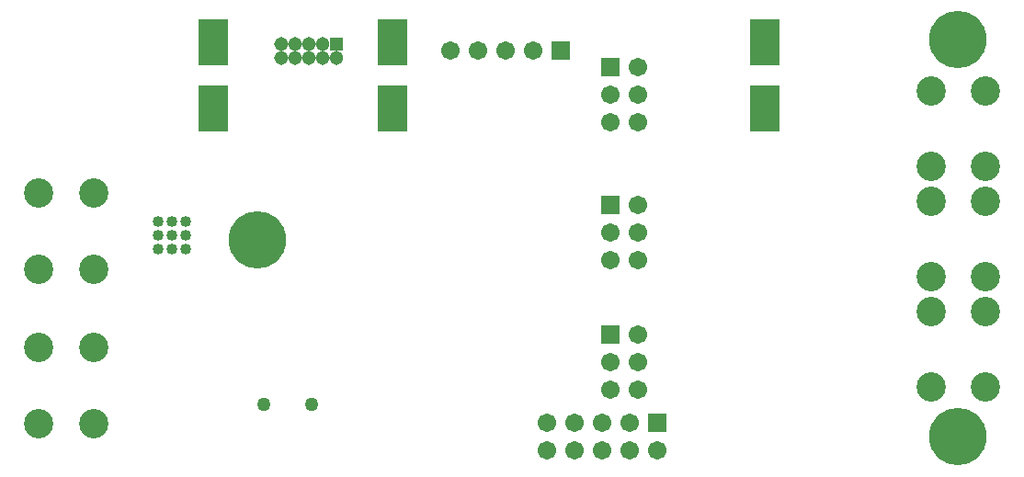
<source format=gbs>
%FSLAX24Y24*%
%MOIN*%
G70*
G01*
G75*
G04 Layer_Color=16711935*
%ADD10R,0.0512X0.0394*%
%ADD11R,0.0354X0.0315*%
%ADD12R,0.0315X0.0354*%
%ADD13R,0.0394X0.0512*%
%ADD14O,0.0827X0.0276*%
%ADD15R,0.0790X0.0980*%
%ADD16R,0.0200X0.0940*%
%ADD17R,0.1350X0.1850*%
%ADD18R,0.0532X0.0846*%
%ADD19R,0.0394X0.0945*%
%ADD20R,0.2185X0.2677*%
%ADD21O,0.0827X0.0118*%
%ADD22O,0.0118X0.0827*%
%ADD23R,0.1378X0.0787*%
%ADD24R,0.0571X0.0236*%
%ADD25R,0.1575X0.1181*%
%ADD26R,0.0453X0.0236*%
%ADD27R,0.0236X0.0453*%
%ADD28R,0.0551X0.0433*%
%ADD29R,0.0433X0.0551*%
%ADD30R,0.2200X0.0830*%
%ADD31R,0.0984X0.1575*%
%ADD32C,0.0400*%
%ADD33C,0.0200*%
%ADD34C,0.0500*%
%ADD35C,0.0080*%
%ADD36C,0.0120*%
%ADD37C,0.0800*%
%ADD38C,0.0250*%
%ADD39C,0.0591*%
%ADD40R,0.0591X0.0591*%
%ADD41R,0.0591X0.0591*%
%ADD42C,0.2000*%
%ADD43C,0.0984*%
%ADD44R,0.0394X0.0394*%
%ADD45C,0.0394*%
%ADD46C,0.0320*%
%ADD47C,0.0098*%
%ADD48C,0.0236*%
%ADD49C,0.0079*%
%ADD50C,0.0100*%
%ADD51R,0.0472X0.0354*%
%ADD52R,0.0314X0.0275*%
%ADD53R,0.0275X0.0314*%
%ADD54R,0.0354X0.0472*%
%ADD55O,0.0787X0.0236*%
%ADD56R,0.0750X0.0940*%
%ADD57R,0.0160X0.0900*%
%ADD58R,0.1310X0.1810*%
%ADD59R,0.0492X0.0806*%
%ADD60R,0.0354X0.0905*%
%ADD61R,0.2145X0.2637*%
%ADD62O,0.0787X0.0078*%
%ADD63O,0.0078X0.0787*%
%ADD64R,0.1338X0.0747*%
%ADD65R,0.0531X0.0196*%
%ADD66R,0.1535X0.1141*%
%ADD67R,0.0413X0.0196*%
%ADD68R,0.0196X0.0413*%
%ADD69R,0.0511X0.0393*%
%ADD70R,0.0393X0.0511*%
%ADD71R,0.2160X0.0790*%
%ADD72R,0.0944X0.1535*%
%ADD73R,0.0592X0.0474*%
%ADD74R,0.0434X0.0395*%
%ADD75R,0.0395X0.0434*%
%ADD76R,0.0474X0.0592*%
%ADD77O,0.0907X0.0356*%
%ADD78R,0.0910X0.1100*%
%ADD79R,0.0320X0.1060*%
%ADD80R,0.1430X0.1930*%
%ADD81R,0.0612X0.0926*%
%ADD82R,0.0474X0.1025*%
%ADD83R,0.2265X0.2757*%
%ADD84R,0.1458X0.0867*%
%ADD85R,0.0651X0.0316*%
%ADD86R,0.1655X0.1261*%
%ADD87R,0.0533X0.0316*%
%ADD88R,0.0316X0.0533*%
%ADD89R,0.0631X0.0513*%
%ADD90R,0.0513X0.0631*%
%ADD91R,0.2280X0.0910*%
%ADD92R,0.1064X0.1655*%
%ADD93C,0.0671*%
%ADD94R,0.0671X0.0671*%
%ADD95R,0.0671X0.0671*%
%ADD96C,0.0500*%
%ADD97C,0.2080*%
%ADD98C,0.1064*%
%ADD99R,0.0514X0.0514*%
%ADD100C,0.0514*%
%ADD101C,0.0400*%
D92*
X20130Y44878D02*
D03*
Y47280D02*
D03*
X26630Y44878D02*
D03*
Y47280D02*
D03*
X40130Y44878D02*
D03*
Y47280D02*
D03*
D93*
X35530Y44380D02*
D03*
X34530D02*
D03*
X35530Y45380D02*
D03*
X34530D02*
D03*
X35530Y46380D02*
D03*
Y39380D02*
D03*
X34530D02*
D03*
X35530Y40380D02*
D03*
X34530D02*
D03*
X35530Y41380D02*
D03*
X36230Y32480D02*
D03*
X35230Y33480D02*
D03*
Y32480D02*
D03*
X34230Y33480D02*
D03*
Y32480D02*
D03*
X33230Y33480D02*
D03*
Y32480D02*
D03*
X32230Y33480D02*
D03*
Y32480D02*
D03*
X35530Y34680D02*
D03*
X34530D02*
D03*
X35530Y35680D02*
D03*
X34530D02*
D03*
X35530Y36680D02*
D03*
X31730Y46980D02*
D03*
X30730D02*
D03*
X29730D02*
D03*
X28730D02*
D03*
D94*
X34530Y46380D02*
D03*
Y41380D02*
D03*
Y36680D02*
D03*
D95*
X36230Y33480D02*
D03*
X32730Y46980D02*
D03*
D96*
X23690Y34150D02*
D03*
X21970D02*
D03*
D97*
X47130Y47380D02*
D03*
X21730Y40130D02*
D03*
X47130Y32980D02*
D03*
D98*
X46161Y37536D02*
D03*
Y34780D02*
D03*
X48130Y37536D02*
D03*
Y34780D02*
D03*
X46161Y41536D02*
D03*
Y38780D02*
D03*
X48130Y41536D02*
D03*
Y38780D02*
D03*
X46161Y45536D02*
D03*
Y42780D02*
D03*
X48130Y45536D02*
D03*
Y42780D02*
D03*
X15789Y39074D02*
D03*
Y41830D02*
D03*
X13820Y39074D02*
D03*
Y41830D02*
D03*
X15789Y33474D02*
D03*
Y36230D02*
D03*
X13820Y33474D02*
D03*
Y36230D02*
D03*
D99*
X24620Y47230D02*
D03*
D100*
Y46730D02*
D03*
X24120Y47230D02*
D03*
Y46730D02*
D03*
X23620Y47230D02*
D03*
Y46730D02*
D03*
X23120Y47230D02*
D03*
Y46730D02*
D03*
X22620Y47230D02*
D03*
Y46730D02*
D03*
D101*
X19130Y40780D02*
D03*
X18630D02*
D03*
X18130D02*
D03*
X18630Y40280D02*
D03*
X18142D02*
D03*
X19130D02*
D03*
X18130Y39780D02*
D03*
X18630D02*
D03*
X19130D02*
D03*
M02*

</source>
